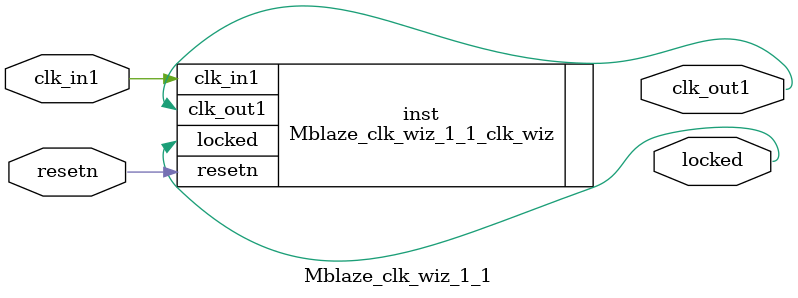
<source format=v>


`timescale 1ps/1ps

(* CORE_GENERATION_INFO = "Mblaze_clk_wiz_1_1,clk_wiz_v6_0_3_0_0,{component_name=Mblaze_clk_wiz_1_1,use_phase_alignment=true,use_min_o_jitter=false,use_max_i_jitter=false,use_dyn_phase_shift=false,use_inclk_switchover=false,use_dyn_reconfig=false,enable_axi=0,feedback_source=FDBK_AUTO,PRIMITIVE=MMCM,num_out_clk=1,clkin1_period=20.000,clkin2_period=10.0,use_power_down=false,use_reset=true,use_locked=true,use_inclk_stopped=false,feedback_type=SINGLE,CLOCK_MGR_TYPE=NA,manual_override=false}" *)

module Mblaze_clk_wiz_1_1 
 (
  // Clock out ports
  output        clk_out1,
  // Status and control signals
  input         resetn,
  output        locked,
 // Clock in ports
  input         clk_in1
 );

  Mblaze_clk_wiz_1_1_clk_wiz inst
  (
  // Clock out ports  
  .clk_out1(clk_out1),
  // Status and control signals               
  .resetn(resetn), 
  .locked(locked),
 // Clock in ports
  .clk_in1(clk_in1)
  );

endmodule

</source>
